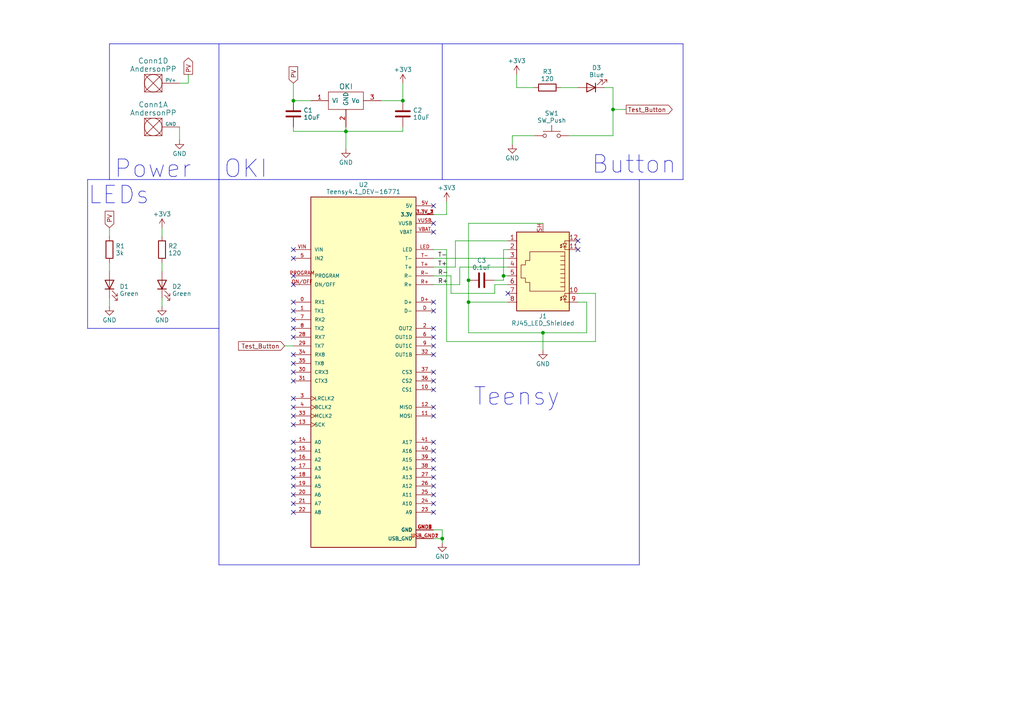
<source format=kicad_sch>
(kicad_sch (version 20230121) (generator eeschema)
  (paper "A4")
  (lib_symbols
    (symbol "Connector:RJ45_LED_Shielded" (pin_names (offset 1.016))
      (property "Reference" "J" (at -5.08 13.97 0))
      (property "Value" "RJ45_LED_Shielded" (at 1.27 13.97 0))
      (symbol "RJ45_LED_Shielded_0_1"
        (polyline (pts (xy -7.62 -7.62) (xy -6.35 -7.62)))
        (polyline (pts (xy -7.62 -5.08) (xy -6.35 -5.08)))
        (polyline (pts (xy -7.62 7.62) (xy -6.35 7.62)))
        (polyline (pts (xy -7.62 10.16) (xy -6.35 10.16)))
        (polyline (pts (xy -6.858 -5.842) (xy -5.842 -5.842)))
        (polyline (pts (xy -6.858 9.398) (xy -5.842 9.398)))
        (polyline (pts (xy -6.35 -7.62) (xy -6.35 -6.858)))
        (polyline (pts (xy -6.35 -5.08) (xy -6.35 -5.842)))
        (polyline (pts (xy -6.35 7.62) (xy -6.35 8.382)))
        (polyline (pts (xy -6.35 10.16) (xy -6.35 9.398)))
        (polyline (pts (xy -5.08 -6.223) (xy -5.207 -6.604)))
        (polyline (pts (xy -5.08 -5.588) (xy -5.207 -5.969)))
        (polyline (pts (xy -5.08 4.445) (xy -6.35 4.445)))
        (polyline (pts (xy -5.08 5.715) (xy -6.35 5.715)))
        (polyline (pts (xy -5.08 9.017) (xy -5.207 8.636)))
        (polyline (pts (xy -5.08 9.652) (xy -5.207 9.271)))
        (polyline (pts (xy -6.35 -3.175) (xy -5.08 -3.175) (xy -5.08 -3.175)))
        (polyline (pts (xy -6.35 -1.905) (xy -5.08 -1.905) (xy -5.08 -1.905)))
        (polyline (pts (xy -6.35 -0.635) (xy -5.08 -0.635) (xy -5.08 -0.635)))
        (polyline (pts (xy -6.35 0.635) (xy -5.08 0.635) (xy -5.08 0.635)))
        (polyline (pts (xy -6.35 1.905) (xy -5.08 1.905) (xy -5.08 1.905)))
        (polyline (pts (xy -5.588 -6.731) (xy -5.08 -6.223) (xy -5.461 -6.35)))
        (polyline (pts (xy -5.588 -6.096) (xy -5.08 -5.588) (xy -5.461 -5.715)))
        (polyline (pts (xy -5.588 8.509) (xy -5.08 9.017) (xy -5.461 8.89)))
        (polyline (pts (xy -5.588 9.144) (xy -5.08 9.652) (xy -5.461 9.525)))
        (polyline (pts (xy -5.08 3.175) (xy -6.35 3.175) (xy -6.35 3.175)))
        (polyline (pts (xy -6.35 -5.842) (xy -6.858 -6.858) (xy -5.842 -6.858) (xy -6.35 -5.842)))
        (polyline (pts (xy -6.35 9.398) (xy -6.858 8.382) (xy -5.842 8.382) (xy -6.35 9.398)))
        (polyline (pts (xy -6.35 -4.445) (xy -6.35 6.985) (xy 3.81 6.985) (xy 3.81 4.445) (xy 5.08 4.445) (xy 5.08 3.175) (xy 6.35 3.175) (xy 6.35 -0.635) (xy 5.08 -0.635) (xy 5.08 -1.905) (xy 3.81 -1.905) (xy 3.81 -4.445) (xy -6.35 -4.445) (xy -6.35 -4.445)))
        (rectangle (start 7.62 12.7) (end -7.62 -10.16) (stroke (width 0.254)) (fill (type background)))
      )
      (symbol "RJ45_LED_Shielded_1_1"
        (pin passive line (at 10.16 -7.62 180) (length 2.54) (name "~") (number "1"))
        (pin passive line (at -10.16 7.62 0) (length 2.54) (name "~") (number "10"))
        (pin passive line (at -10.16 -5.08 0) (length 2.54) (name "~") (number "11"))
        (pin passive line (at -10.16 -7.62 0) (length 2.54) (name "~") (number "12"))
        (pin passive line (at 10.16 -5.08 180) (length 2.54) (name "~") (number "2"))
        (pin passive line (at 10.16 -2.54 180) (length 2.54) (name "~") (number "3"))
        (pin passive line (at 10.16 0 180) (length 2.54) (name "~") (number "4"))
        (pin passive line (at 10.16 2.54 180) (length 2.54) (name "~") (number "5"))
        (pin passive line (at 10.16 5.08 180) (length 2.54) (name "~") (number "6"))
        (pin passive line (at 10.16 7.62 180) (length 2.54) (name "~") (number "7"))
        (pin passive line (at 10.16 10.16 180) (length 2.54) (name "~") (number "8"))
        (pin passive line (at -10.16 10.16 0) (length 2.54) (name "~") (number "9"))
        (pin passive line (at 0 -12.7 90) (length 2.54) (name "~") (number "SH"))
      )
    )
    (symbol "Device:C" (pin_numbers hide) (pin_names (offset 0.254))
      (property "Reference" "C" (at 0.635 2.54 0))
      (property "Value" "C" (at 0.635 -2.54 0))
      (symbol "C_0_1"
        (polyline (pts (xy -2.032 -0.762) (xy 2.032 -0.762)) (stroke (width 0.508)))
        (polyline (pts (xy -2.032 0.762) (xy 2.032 0.762)) (stroke (width 0.508)))
      )
      (symbol "C_1_1"
        (pin passive line (at 0 3.81 270) (length 2.794) (name "~") (number "1"))
        (pin passive line (at 0 -3.81 90) (length 2.794) (name "~") (number "2"))
      )
    )
    (symbol "Device:LED" (pin_numbers hide) (pin_names (offset 1.016) hide)
      (property "Reference" "D" (at 0 2.54 0))
      (property "Value" "LED" (at 0 -2.54 0))
      (symbol "LED_0_1"
        (polyline (pts (xy -1.27 -1.27) (xy -1.27 1.27)) (stroke (width 0.254)))
        (polyline (pts (xy -1.27 0) (xy 1.27 0)))
        (polyline (pts (xy 1.27 -1.27) (xy 1.27 1.27) (xy -1.27 0) (xy 1.27 -1.27)) (stroke (width 0.254)))
        (polyline (pts (xy -3.048 -0.762) (xy -4.572 -2.286) (xy -3.81 -2.286) (xy -4.572 -2.286) (xy -4.572 -1.524)))
        (polyline (pts (xy -1.778 -0.762) (xy -3.302 -2.286) (xy -2.54 -2.286) (xy -3.302 -2.286) (xy -3.302 -1.524)))
      )
      (symbol "LED_1_1"
        (pin passive line (at -3.81 0 0) (length 2.54) (name "K") (number "1"))
        (pin passive line (at 3.81 0 180) (length 2.54) (name "A") (number "2"))
      )
    )
    (symbol "Device:R" (pin_numbers hide) (pin_names (offset 0))
      (property "Reference" "R" (at 2.032 0 90))
      (property "Value" "R" (at 0 0 90))
      (symbol "R_0_1"
        (rectangle (start -1.016 -2.54) (end 1.016 2.54) (stroke (width 0.254)))
      )
      (symbol "R_1_1"
        (pin passive line (at 0 3.81 270) (length 1.27) (name "~") (number "1"))
        (pin passive line (at 0 -3.81 90) (length 1.27) (name "~") (number "2"))
      )
    )
    (symbol "MRDT_Connectors:AndersonPP" (pin_numbers hide) (pin_names (offset 0))
      (property "Reference" "Conn" (at 3.81 -1.27 0))
      (property "Value" "AndersonPP" (at 2.54 6.35 0))
      (symbol "AndersonPP_0_1"
        (polyline (pts (xy 0 5.08) (xy 5.08 0)))
        (polyline (pts (xy 5.08 5.08) (xy 0 0)))
        (rectangle (start 0 0) (end 5.08 5.08))
        (circle (center 2.54 2.54) (radius 2.54))
      )
      (symbol "AndersonPP_1_1"
        (pin input line (at 10.16 2.54 180) (length 5.08) (name "GND") (number "1"))
      )
      (symbol "AndersonPP_2_1"
        (pin input line (at 10.16 2.54 180) (length 5.08) (name "V+Log") (number "2"))
      )
      (symbol "AndersonPP_3_1"
        (pin input line (at 10.16 2.54 180) (length 5.08) (name "V+Act") (number "3"))
      )
      (symbol "AndersonPP_4_1"
        (pin input line (at 10.16 2.54 180) (length 5.08) (name "PV+") (number "4"))
      )
      (symbol "AndersonPP_5_1"
        (pin input line (at 10.16 2.54 180) (length 5.08) (name "~") (number "1"))
      )
    )
    (symbol "MRDT_Devices:OKI" (pin_names (offset 1.016))
      (property "Value" "OKI" (at 5.08 6.35 0))
      (symbol "OKI_0_1"
        (rectangle (start 0 0) (end 10.16 5.08))
      )
      (symbol "OKI_1_1"
        (pin input line (at -5.08 2.54 0) (length 5.08) (name "Vi") (number "1"))
        (pin output line (at 5.08 -5.08 90) (length 5.08) (name "GND") (number "2"))
        (pin output line (at 15.24 2.54 180) (length 5.08) (name "Vo") (number "3"))
      )
    )
    (symbol "MRDT_Shields:Teensy4.1_DEV-16771" (pin_names (offset 1.016))
      (property "Reference" "U" (at -15.24 52.07 0))
      (property "Value" "Teensy4.1_DEV-16771" (at -15.24 -53.34 0))
      (symbol "Teensy4.1_DEV-16771_0_0"
        (rectangle (start -15.24 -50.8) (end 15.24 50.8) (stroke (width 0.254)) (fill (type background)))
        (pin bidirectional line (at -20.32 20.32 0) (length 5.08) (name "RX1") (number "0"))
        (pin bidirectional line (at -20.32 17.78 0) (length 5.08) (name "TX1") (number "1"))
        (pin bidirectional line (at 20.32 -5.08 180) (length 5.08) (name "CS1") (number "10"))
        (pin bidirectional line (at 20.32 -12.7 180) (length 5.08) (name "MOSI") (number "11"))
        (pin bidirectional line (at 20.32 -10.16 180) (length 5.08) (name "MISO") (number "12"))
        (pin bidirectional clock (at -20.32 -15.24 0) (length 5.08) (name "SCK") (number "13"))
        (pin bidirectional line (at -20.32 -20.32 0) (length 5.08) (name "A0") (number "14"))
        (pin bidirectional line (at -20.32 -22.86 0) (length 5.08) (name "A1") (number "15"))
        (pin bidirectional line (at -20.32 -25.4 0) (length 5.08) (name "A2") (number "16"))
        (pin bidirectional line (at -20.32 -27.94 0) (length 5.08) (name "A3") (number "17"))
        (pin bidirectional line (at -20.32 -30.48 0) (length 5.08) (name "A4") (number "18"))
        (pin bidirectional line (at -20.32 -33.02 0) (length 5.08) (name "A5") (number "19"))
        (pin output line (at 20.32 12.7 180) (length 5.08) (name "OUT2") (number "2"))
        (pin bidirectional line (at -20.32 -35.56 0) (length 5.08) (name "A6") (number "20"))
        (pin bidirectional line (at -20.32 -38.1 0) (length 5.08) (name "A7") (number "21"))
        (pin bidirectional line (at -20.32 -40.64 0) (length 5.08) (name "A8") (number "22"))
        (pin bidirectional line (at 20.32 -40.64 180) (length 5.08) (name "A9") (number "23"))
        (pin bidirectional line (at 20.32 -38.1 180) (length 5.08) (name "A10") (number "24"))
        (pin bidirectional line (at 20.32 -35.56 180) (length 5.08) (name "A11") (number "25"))
        (pin bidirectional line (at 20.32 -33.02 180) (length 5.08) (name "A12") (number "26"))
        (pin bidirectional line (at 20.32 -30.48 180) (length 5.08) (name "A13") (number "27"))
        (pin bidirectional line (at -20.32 10.16 0) (length 5.08) (name "RX7") (number "28"))
        (pin bidirectional line (at -20.32 7.62 0) (length 5.08) (name "TX7") (number "29"))
        (pin bidirectional clock (at -20.32 -7.62 0) (length 5.08) (name "LRCLK2") (number "3"))
        (pin power_in line (at 20.32 45.72 180) (length 5.08) (name "3.3V") (number "3.3V_1"))
        (pin power_in line (at 20.32 45.72 180) (length 5.08) (name "3.3V") (number "3.3V_2"))
        (pin power_in line (at 20.32 45.72 180) (length 5.08) (name "3.3V") (number "3.3V_3"))
        (pin bidirectional line (at -20.32 0 0) (length 5.08) (name "CRX3") (number "30"))
        (pin bidirectional line (at -20.32 -2.54 0) (length 5.08) (name "CTX3") (number "31"))
        (pin output line (at 20.32 5.08 180) (length 5.08) (name "OUT1B") (number "32"))
        (pin bidirectional clock (at -20.32 -12.7 0) (length 5.08) (name "MCLK2") (number "33"))
        (pin bidirectional line (at -20.32 5.08 0) (length 5.08) (name "RX8") (number "34"))
        (pin bidirectional line (at -20.32 2.54 0) (length 5.08) (name "TX8") (number "35"))
        (pin bidirectional line (at 20.32 -2.54 180) (length 5.08) (name "CS2") (number "36"))
        (pin bidirectional line (at 20.32 0 180) (length 5.08) (name "CS3") (number "37"))
        (pin bidirectional line (at 20.32 -27.94 180) (length 5.08) (name "A14") (number "38"))
        (pin bidirectional line (at 20.32 -25.4 180) (length 5.08) (name "A15") (number "39"))
        (pin bidirectional clock (at -20.32 -10.16 0) (length 5.08) (name "BCLK2") (number "4"))
        (pin bidirectional line (at 20.32 -22.86 180) (length 5.08) (name "A16") (number "40"))
        (pin bidirectional line (at 20.32 -20.32 180) (length 5.08) (name "A17") (number "41"))
        (pin bidirectional line (at -20.32 33.02 0) (length 5.08) (name "IN2") (number "5"))
        (pin power_in line (at 20.32 48.26 180) (length 5.08) (name "5V") (number "5V"))
        (pin output line (at 20.32 10.16 180) (length 5.08) (name "OUT1D") (number "6"))
        (pin bidirectional line (at -20.32 15.24 0) (length 5.08) (name "RX2") (number "7"))
        (pin bidirectional line (at -20.32 12.7 0) (length 5.08) (name "TX2") (number "8"))
        (pin output line (at 20.32 7.62 180) (length 5.08) (name "OUT1C") (number "9"))
        (pin bidirectional line (at 20.32 17.78 180) (length 5.08) (name "D-") (number "D"))
        (pin bidirectional line (at 20.32 20.32 180) (length 5.08) (name "D+") (number "D+"))
        (pin power_in line (at 20.32 -45.72 180) (length 5.08) (name "GND") (number "GND1"))
        (pin power_in line (at 20.32 -45.72 180) (length 5.08) (name "GND") (number "GND2"))
        (pin power_in line (at 20.32 -45.72 180) (length 5.08) (name "GND") (number "GND3"))
        (pin power_in line (at 20.32 -45.72 180) (length 5.08) (name "GND") (number "GND4"))
        (pin power_in line (at 20.32 -45.72 180) (length 5.08) (name "GND") (number "GND5"))
        (pin bidirectional line (at 20.32 35.56 180) (length 5.08) (name "LED") (number "LED"))
        (pin bidirectional line (at -20.32 25.4 0) (length 5.08) (name "ON/OFF") (number "ON/OFF"))
        (pin bidirectional line (at -20.32 27.94 0) (length 5.08) (name "PROGRAM") (number "PROGRAM"))
        (pin bidirectional line (at 20.32 25.4 180) (length 5.08) (name "R+") (number "R+"))
        (pin bidirectional line (at 20.32 27.94 180) (length 5.08) (name "R-") (number "R-"))
        (pin bidirectional line (at 20.32 30.48 180) (length 5.08) (name "T+") (number "T+"))
        (pin bidirectional line (at 20.32 33.02 180) (length 5.08) (name "T-") (number "T-"))
        (pin power_in line (at 20.32 -48.26 180) (length 5.08) (name "USB_GND") (number "USB_GND1"))
        (pin power_in line (at 20.32 -48.26 180) (length 5.08) (name "USB_GND") (number "USB_GND2"))
        (pin passive line (at 20.32 40.64 180) (length 5.08) (name "VBAT") (number "VBAT"))
        (pin input line (at -20.32 35.56 0) (length 5.08) (name "VIN") (number "VIN"))
        (pin passive line (at 20.32 43.18 180) (length 5.08) (name "VUSB") (number "VUSB"))
      )
    )
    (symbol "Switch:SW_Push" (pin_numbers hide) (pin_names (offset 1.016) hide)
      (property "Reference" "SW" (at 1.27 2.54 0))
      (property "Value" "SW_Push" (at 0 -1.524 0))
      (symbol "SW_Push_0_1"
        (circle (center -2.032 0) (radius 0.508))
        (polyline (pts (xy 0 1.27) (xy 0 3.048)))
        (polyline (pts (xy 2.54 1.27) (xy -2.54 1.27)))
        (circle (center 2.032 0) (radius 0.508))
        (pin passive line (at -5.08 0 0) (length 2.54) (name "1") (number "1"))
        (pin passive line (at 5.08 0 180) (length 2.54) (name "2") (number "2"))
      )
    )
    (symbol "power:+3V3" (power) (pin_names (offset 0))
      (property "Value" "+3V3" (at 0 3.556 0))
      (symbol "+3V3_0_1"
        (polyline (pts (xy -0.762 1.27) (xy 0 2.54)))
        (polyline (pts (xy 0 0) (xy 0 2.54)))
        (polyline (pts (xy 0 2.54) (xy 0.762 1.27)))
      )
      (symbol "+3V3_1_1"
        (pin power_in line (at 0 0 90) (length 0) hide (name "+3V3") (number "1"))
      )
    )
    (symbol "power:GND" (power) (pin_names (offset 0))
      (property "Value" "GND" (at 0 -3.81 0))
      (symbol "GND_0_1"
        (polyline (pts (xy 0 0) (xy 0 -1.27) (xy 1.27 -1.27) (xy 0 -2.54) (xy -1.27 -1.27) (xy 0 -1.27)))
      )
      (symbol "GND_1_1"
        (pin power_in line (at 0 0 270) (length 0) hide (name "GND") (number "1"))
      )
    )
  )
  (junction (at 128.27 156.21))
  (junction (at 85.09 29.21))
  (junction (at 135.89 87.63))
  (junction (at 177.8 31.75))
  (junction (at 157.48 96.52))
  (junction (at 100.33 38.1))
  (junction (at 116.84 29.21))
  (junction (at 135.89 81.28))
  (junction (at 146.05 80.01))
  (no_connect (at 85.09 123.19))
  (no_connect (at 125.73 118.11))
  (no_connect (at 125.73 138.43))
  (no_connect (at 85.09 105.41))
  (no_connect (at 125.73 100.33))
  (no_connect (at 85.09 143.51))
  (no_connect (at 125.73 128.27))
  (no_connect (at 125.73 95.25))
  (no_connect (at 125.73 140.97))
  (no_connect (at 85.09 110.49))
  (no_connect (at 125.73 146.05))
  (no_connect (at 85.09 148.59))
  (no_connect (at 85.09 87.63))
  (no_connect (at 85.09 95.25))
  (no_connect (at 85.09 128.27))
  (no_connect (at 167.64 69.85))
  (no_connect (at 85.09 90.17))
  (no_connect (at 147.32 85.09))
  (no_connect (at 85.09 120.65))
  (no_connect (at 125.73 133.35))
  (no_connect (at 125.73 148.59))
  (no_connect (at 85.09 115.57))
  (no_connect (at 85.09 97.79))
  (no_connect (at 125.73 107.95))
  (no_connect (at 125.73 64.77))
  (no_connect (at 85.09 130.81))
  (no_connect (at 85.09 80.01))
  (no_connect (at 85.09 118.11))
  (no_connect (at 85.09 74.93))
  (no_connect (at 125.73 130.81))
  (no_connect (at 125.73 67.31))
  (no_connect (at 85.09 102.87))
  (no_connect (at 125.73 90.17))
  (no_connect (at 125.73 113.03))
  (no_connect (at 85.09 133.35))
  (no_connect (at 85.09 140.97))
  (no_connect (at 125.73 87.63))
  (no_connect (at 125.73 143.51))
  (no_connect (at 85.09 135.89))
  (no_connect (at 167.64 72.39))
  (no_connect (at 85.09 72.39))
  (no_connect (at 125.73 120.65))
  (no_connect (at 125.73 110.49))
  (no_connect (at 85.09 82.55))
  (no_connect (at 125.73 97.79))
  (no_connect (at 125.73 135.89))
  (no_connect (at 125.73 102.87))
  (no_connect (at 85.09 138.43))
  (no_connect (at 85.09 107.95))
  (no_connect (at 85.09 146.05))
  (no_connect (at 125.73 59.69))
  (no_connect (at 85.09 92.71))
  (polyline (pts (xy 63.5 52.07) (xy 198.12 52.07)))
  (wire (pts (xy 52.07 36.83) (xy 52.07 40.64)))
  (wire (pts (xy 143.51 82.55) (xy 147.32 82.55)))
  (polyline (pts (xy 31.75 12.7) (xy 128.27 12.7)))
  (wire (pts (xy 143.51 85.09) (xy 143.51 82.55)))
  (wire (pts (xy 130.81 80.01) (xy 130.81 85.09)))
  (wire (pts (xy 85.09 24.13) (xy 85.09 29.21)))
  (wire (pts (xy 162.56 25.4) (xy 167.64 25.4)))
  (polyline (pts (xy 128.27 12.7) (xy 128.27 52.07)))
  (wire (pts (xy 85.09 36.83) (xy 85.09 38.1)))
  (wire (pts (xy 177.8 25.4) (xy 177.8 31.75)))
  (wire (pts (xy 125.73 156.21) (xy 128.27 156.21)))
  (wire (pts (xy 157.48 64.77) (xy 135.89 64.77)))
  (wire (pts (xy 135.89 96.52) (xy 135.89 87.63)))
  (wire (pts (xy 100.33 38.1) (xy 100.33 43.18)))
  (wire (pts (xy 135.89 81.28) (xy 135.89 87.63)))
  (wire (pts (xy 133.35 82.55) (xy 133.35 77.47)))
  (polyline (pts (xy 25.4 95.25) (xy 25.4 52.07)))
  (wire (pts (xy 46.99 86.36) (xy 46.99 88.9)))
  (wire (pts (xy 177.8 39.37) (xy 165.1 39.37)))
  (wire (pts (xy 128.27 156.21) (xy 128.27 153.67)))
  (polyline (pts (xy 63.5 52.07) (xy 31.75 52.07)))
  (polyline (pts (xy 31.75 52.07) (xy 31.75 12.7)))
  (wire (pts (xy 147.32 72.39) (xy 146.05 72.39)))
  (polyline (pts (xy 63.5 95.25) (xy 25.4 95.25)))
  (wire (pts (xy 85.09 38.1) (xy 100.33 38.1)))
  (wire (pts (xy 133.35 77.47) (xy 147.32 77.47)))
  (polyline (pts (xy 63.5 52.07) (xy 63.5 95.25)))
  (wire (pts (xy 125.73 80.01) (xy 130.81 80.01)))
  (wire (pts (xy 129.54 62.23) (xy 125.73 62.23)))
  (wire (pts (xy 82.55 100.33) (xy 85.09 100.33)))
  (wire (pts (xy 31.75 86.36) (xy 31.75 88.9)))
  (wire (pts (xy 170.18 96.52) (xy 157.48 96.52)))
  (wire (pts (xy 85.09 29.21) (xy 90.17 29.21)))
  (wire (pts (xy 125.73 74.93) (xy 147.32 74.93)))
  (polyline (pts (xy 185.42 163.83) (xy 185.42 52.07)))
  (wire (pts (xy 157.48 96.52) (xy 157.48 101.6)))
  (wire (pts (xy 129.54 58.42) (xy 129.54 62.23)))
  (wire (pts (xy 46.99 76.2) (xy 46.99 78.74)))
  (polyline (pts (xy 63.5 95.25) (xy 63.5 163.83)))
  (wire (pts (xy 175.26 25.4) (xy 177.8 25.4)))
  (wire (pts (xy 149.86 21.59) (xy 149.86 25.4)))
  (wire (pts (xy 110.49 29.21) (xy 116.84 29.21)))
  (wire (pts (xy 130.81 85.09) (xy 143.51 85.09)))
  (wire (pts (xy 128.27 153.67) (xy 125.73 153.67)))
  (wire (pts (xy 172.72 85.09) (xy 167.64 85.09)))
  (wire (pts (xy 146.05 80.01) (xy 146.05 81.28)))
  (wire (pts (xy 177.8 31.75) (xy 177.8 39.37)))
  (wire (pts (xy 132.08 77.47) (xy 132.08 69.85)))
  (wire (pts (xy 132.08 69.85) (xy 147.32 69.85)))
  (wire (pts (xy 148.59 39.37) (xy 148.59 41.91)))
  (wire (pts (xy 146.05 72.39) (xy 146.05 80.01)))
  (wire (pts (xy 149.86 25.4) (xy 154.94 25.4)))
  (wire (pts (xy 116.84 24.13) (xy 116.84 29.21)))
  (wire (pts (xy 177.8 31.75) (xy 181.61 31.75)))
  (wire (pts (xy 125.73 82.55) (xy 133.35 82.55)))
  (polyline (pts (xy 63.5 12.7) (xy 63.5 52.07)))
  (wire (pts (xy 125.73 77.47) (xy 132.08 77.47)))
  (wire (pts (xy 146.05 81.28) (xy 143.51 81.28)))
  (wire (pts (xy 128.27 157.48) (xy 128.27 156.21)))
  (wire (pts (xy 154.94 39.37) (xy 148.59 39.37)))
  (wire (pts (xy 135.89 64.77) (xy 135.89 81.28)))
  (polyline (pts (xy 63.5 163.83) (xy 185.42 163.83)))
  (wire (pts (xy 146.05 80.01) (xy 147.32 80.01)))
  (polyline (pts (xy 198.12 52.07) (xy 198.12 12.7)))
  (wire (pts (xy 31.75 76.2) (xy 31.75 78.74)))
  (wire (pts (xy 170.18 87.63) (xy 170.18 96.52)))
  (polyline (pts (xy 25.4 52.07) (xy 31.75 52.07)))
  (wire (pts (xy 54.61 21.59) (xy 54.61 24.13)))
  (wire (pts (xy 116.84 38.1) (xy 100.33 38.1)))
  (wire (pts (xy 172.72 99.06) (xy 172.72 85.09)))
  (wire (pts (xy 46.99 66.04) (xy 46.99 68.58)))
  (wire (pts (xy 167.64 87.63) (xy 170.18 87.63)))
  (wire (pts (xy 52.07 24.13) (xy 54.61 24.13)))
  (wire (pts (xy 31.75 66.04) (xy 31.75 68.58)))
  (wire (pts (xy 100.33 36.83) (xy 100.33 38.1)))
  (wire (pts (xy 157.48 96.52) (xy 135.89 96.52)))
  (wire (pts (xy 135.89 87.63) (xy 147.32 87.63)))
  (wire (pts (xy 125.73 72.39) (xy 129.54 72.39)))
  (wire (pts (xy 129.54 99.06) (xy 172.72 99.06)))
  (wire (pts (xy 129.54 72.39) (xy 129.54 99.06)))
  (polyline (pts (xy 128.27 12.7) (xy 198.12 12.7)))
  (wire (pts (xy 116.84 36.83) (xy 116.84 38.1)))
  (text "Teensy" (at 137.16 118.11 0) (effects (font (size 5.08 5.08)) (justify left bottom)))
  (text "Button" (at 171.45 50.8 0) (effects (font (size 5.08 5.08)) (justify left bottom)))
  (text "Power" (at 33.02 52.07 0) (effects (font (size 5.08 5.08)) (justify left bottom)))
  (text "OKI" (at 64.77 52.07 0) (effects (font (size 5.08 5.08)) (justify left bottom)))
  (text "LEDs" (at 25.4 59.69 0) (effects (font (size 5.08 5.08)) (justify left bottom)))
  (label "T-" (at 127 74.93 0))
  (label "R-" (at 127 80.01 0))
  (label "R+" (at 127 82.55 0))
  (label "T+" (at 127 77.47 0))
  (global_label "PV" (shape input) (at 85.09 24.13 90) (property "Intersheetrefs" "${INTERSHEET_REFS}" (effects hide)))
  (global_label "PV" (shape output) (at 54.61 21.59 90) (property "Intersheetrefs" "${INTERSHEET_REFS}" (effects hide)))
  (global_label "Test_Button" (shape input) (at 82.55 100.33 180) (property "Intersheetrefs" "${INTERSHEET_REFS}" (effects hide)))
  (global_label "Test_Button" (shape output) (at 181.61 31.75 0) (property "Intersheetrefs" "${INTERSHEET_REFS}" (effects hide)))
  (global_label "PV" (shape input) (at 31.75 66.04 90) (property "Intersheetrefs" "${INTERSHEET_REFS}" (effects hide)))
  (symbol (lib_id "Device:C") (at 85.09 33.02 0) (unit 1)
    (property "Reference" "C1" (at 88.011 31.996 0) (effects (justify left)))
    (property "Value" "10uF" (at 88.011 34.044 0) (effects (justify left)))
    (property "Footprint" "Capacitor_SMD:C_0603_1608Metric_Pad1.08x0.95mm_HandSolder" (effects hide))
  )
  (symbol (lib_id "power:GND") (at 52.07 40.64 0) (unit 1)
    (property "Reference" "#PWR01" (effects hide))
    (property "Value" "GND" (at 52.07 44.585 0))
  )
  (symbol (lib_id "MRDT_Connectors:AndersonPP") (at 41.91 39.37 0) (unit 1)
    (property "Reference" "Conn1" (at 44.45 30.3372 0) (effects (font (size 1.524 1.524))))
    (property "Value" "AndersonPP" (at 44.45 32.7184 0) (effects (font (size 1.524 1.524))))
    (property "Footprint" "MRDT_Connectors:Square_Anderson_2_H_Side_By_Side_PV" (effects hide))
  )
  (symbol (lib_id "MRDT_Devices:OKI") (at 95.25 31.75 0) (unit 1)
    (property "Reference" "U1" (effects hide))
    (property "Value" "OKI" (at 100.33 25.0984 0) (effects (font (size 1.524 1.524))))
    (property "Footprint" "MRDT_Devices:OKI_Horizontal" (effects hide))
  )
  (symbol (lib_id "power:+3V3") (at 116.84 24.13 0) (unit 1)
    (property "Reference" "#PWR03" (effects hide))
    (property "Value" "+3V3" (at 116.84 20.185 0))
  )
  (symbol (lib_id "Device:R") (at 158.75 25.4 90) (unit 1)
    (property "Reference" "R3" (at 158.75 20.804 90))
    (property "Value" "120" (at 158.75 22.852 90))
    (property "Footprint" "Resistor_SMD:R_0603_1608Metric_Pad0.98x0.95mm_HandSolder" (effects hide))
  )
  (symbol (lib_id "Device:C") (at 139.7 81.28 90) (unit 1)
    (property "Reference" "C3" (at 139.7 75.541 90))
    (property "Value" "0.1uF" (at 139.7 77.589 90))
    (property "Footprint" "Capacitor_SMD:C_0603_1608Metric_Pad1.08x0.95mm_HandSolder" (effects hide))
  )
  (symbol (lib_id "power:GND") (at 46.99 88.9 0) (unit 1)
    (property "Reference" "#PWR05" (effects hide))
    (property "Value" "GND" (at 46.99 92.845 0))
  )
  (symbol (lib_id "power:GND") (at 128.27 157.48 0) (unit 1)
    (property "Reference" "#PWR08" (effects hide))
    (property "Value" "GND" (at 128.27 161.425 0))
  )
  (symbol (lib_id "Switch:SW_Push") (at 160.02 39.37 0) (unit 1)
    (property "Reference" "SW1" (at 160.02 32.869 0))
    (property "Value" "SW_Push" (at 160.02 34.917 0))
    (property "Footprint" "Button_Switch_SMD:SW_SPST_TL3305A" (effects hide))
  )
  (symbol (lib_id "Device:R") (at 46.99 72.39 0) (unit 1)
    (property "Reference" "R2" (at 48.768 71.366 0) (effects (justify left)))
    (property "Value" "120" (at 48.768 73.414 0) (effects (justify left)))
    (property "Footprint" "Resistor_SMD:R_0603_1608Metric_Pad0.98x0.95mm_HandSolder" (effects hide))
  )
  (symbol (lib_id "Device:LED") (at 31.75 82.55 90) (unit 1)
    (property "Reference" "D1" (at 34.671 83.1135 90) (effects (justify right)))
    (property "Value" "Green" (at 34.671 85.1615 90) (effects (justify right)))
    (property "Footprint" "LED_SMD:LED_0603_1608Metric_Pad1.05x0.95mm_HandSolder" (effects hide))
  )
  (symbol (lib_id "Device:LED") (at 171.45 25.4 180) (unit 1)
    (property "Reference" "D3" (at 173.0375 19.661 0))
    (property "Value" "Blue" (at 173.0375 21.709 0))
    (property "Footprint" "LED_SMD:LED_0603_1608Metric_Pad1.05x0.95mm_HandSolder" (effects hide))
  )
  (symbol (lib_id "power:+3V3") (at 149.86 21.59 0) (unit 1)
    (property "Reference" "#PWR010" (effects hide))
    (property "Value" "+3V3" (at 149.86 17.645 0))
  )
  (symbol (lib_id "Device:LED") (at 46.99 82.55 90) (unit 1)
    (property "Reference" "D2" (at 49.911 83.1135 90) (effects (justify right)))
    (property "Value" "Green" (at 49.911 85.1615 90) (effects (justify right)))
    (property "Footprint" "LED_SMD:LED_0603_1608Metric_Pad1.05x0.95mm_HandSolder" (effects hide))
  )
  (symbol (lib_id "power:+3V3") (at 46.99 66.04 0) (unit 1)
    (property "Reference" "#PWR06" (effects hide))
    (property "Value" "+3V3" (at 46.99 62.095 0))
  )
  (symbol (lib_id "power:GND") (at 157.48 101.6 0) (unit 1)
    (property "Reference" "#PWR09" (effects hide))
    (property "Value" "GND" (at 157.48 105.545 0))
  )
  (symbol (lib_id "MRDT_Shields:Teensy4.1_DEV-16771") (at 105.41 107.95 0) (unit 1)
    (property "Reference" "U2" (at 105.41 53.57 0))
    (property "Value" "Teensy4.1_DEV-16771" (at 105.41 55.618 0))
    (property "Footprint" "MRDT_Shields:Teensy_4_1_Ethernet" (effects hide))
    (property "STANDARD" "Manufacturer recommendations" (effects hide))
    (property "MAXIMUM_PACKAGE_HEIGHT" "4.07mm" (effects hide))
    (property "MANUFACTURER" "SparkFun Electronics" (effects hide))
    (property "PARTREV" "4.1" (effects hide))
  )
  (symbol (lib_id "power:+3V3") (at 129.54 58.42 0) (unit 1)
    (property "Reference" "#PWR07" (effects hide))
    (property "Value" "+3V3" (at 129.54 54.475 0))
  )
  (symbol (lib_id "Device:R") (at 31.75 72.39 0) (unit 1)
    (property "Reference" "R1" (at 33.528 71.366 0) (effects (justify left)))
    (property "Value" "3k" (at 33.528 73.414 0) (effects (justify left)))
    (property "Footprint" "Resistor_SMD:R_0603_1608Metric_Pad0.98x0.95mm_HandSolder" (effects hide))
  )
  (symbol (lib_id "MRDT_Connectors:AndersonPP") (at 41.91 26.67 0) (unit 4)
    (property "Reference" "Conn1" (at 44.45 17.6372 0) (effects (font (size 1.524 1.524))))
    (property "Value" "AndersonPP" (at 44.45 20.0184 0) (effects (font (size 1.524 1.524))))
    (property "Footprint" "MRDT_Connectors:Square_Anderson_2_H_Side_By_Side_PV" (effects hide))
  )
  (symbol (lib_id "power:GND") (at 148.59 41.91 0) (unit 1)
    (property "Reference" "#PWR011" (effects hide))
    (property "Value" "GND" (at 148.59 45.855 0))
  )
  (symbol (lib_id "Device:C") (at 116.84 33.02 0) (unit 1)
    (property "Reference" "C2" (at 119.761 31.996 0) (effects (justify left)))
    (property "Value" "10uF" (at 119.761 34.044 0) (effects (justify left)))
    (property "Footprint" "Capacitor_SMD:C_0603_1608Metric_Pad1.08x0.95mm_HandSolder" (effects hide))
  )
  (symbol (lib_id "Connector:RJ45_LED_Shielded") (at 157.48 77.47 180) (unit 1)
    (property "Reference" "J1" (at 157.48 91.702 0))
    (property "Value" "RJ45_LED_Shielded" (at 157.48 93.75 0))
    (property "Footprint" "MRDT_Connectors:RJ45_Teensy" (effects hide))
  )
  (symbol (lib_id "power:GND") (at 100.33 43.18 0) (unit 1)
    (property "Reference" "#PWR02" (effects hide))
    (property "Value" "GND" (at 100.33 47.125 0))
  )
  (symbol (lib_id "power:GND") (at 31.75 88.9 0) (unit 1)
    (property "Reference" "#PWR04" (effects hide))
    (property "Value" "GND" (at 31.75 92.845 0))
  )
)
</source>
